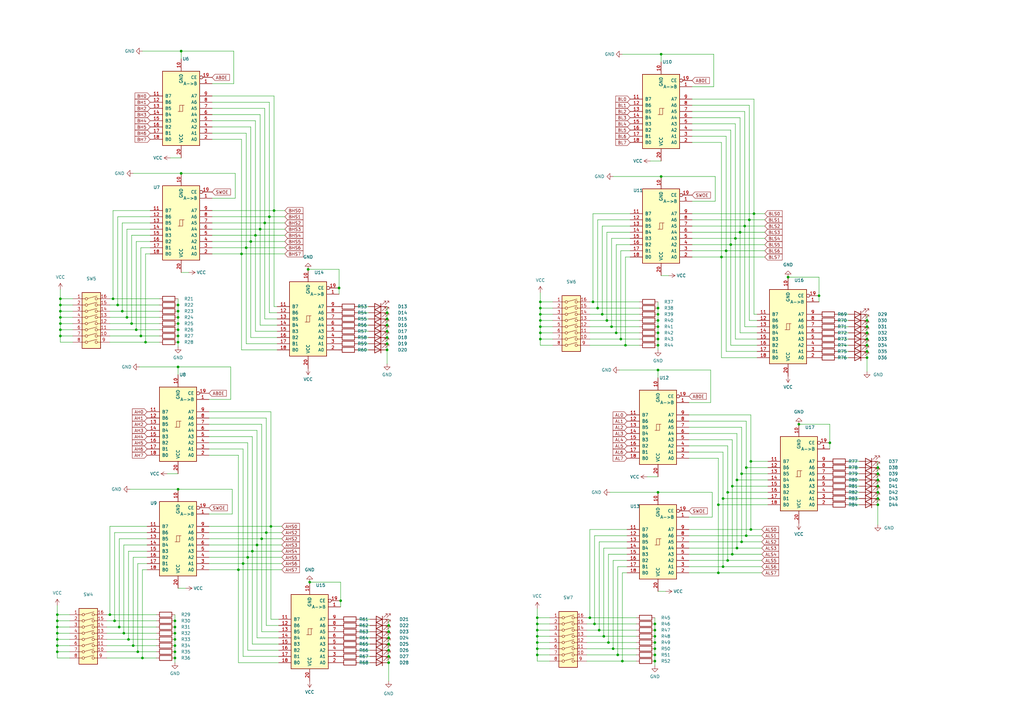
<source format=kicad_sch>
(kicad_sch (version 20211123) (generator eeschema)
  (paper "A3")
  (title_block (title "Talos ES") (date "2022-08-30") (rev "1.0") (company "The Byte Attic") (comment 1 "Kicad file by: Ricardo Setti") (comment 2 "Designed by: Bernardo Kastrup") (comment 3 "Operand"))
  (junction (at 53.975 132.715))
  (junction (at 127 238.76))
  (junction (at 57.785 137.795))
  (junction (at 105.41 223.52))
  (junction (at 159.385 259.08))
  (junction (at 296.545 204.47))
  (junction (at 251.46 266.065))
  (junction (at 158.75 143.51))
  (junction (at 23.495 264.795))
  (junction (at 360.045 199.39))
  (junction (at 71.755 262.255))
  (junction (at 71.755 269.875))
  (junction (at 158.75 135.89))
  (junction (at 268.605 268.605))
  (junction (at 55.88 135.255))
  (junction (at 221.615 123.825))
  (junction (at 71.755 259.715))
  (junction (at 294.64 207.01))
  (junction (at 159.385 256.54))
  (junction (at 360.045 196.85))
  (junction (at 302.26 224.79))
  (junction (at 107.315 220.98))
  (junction (at 23.495 262.255))
  (junction (at 294.64 234.95))
  (junction (at 220.345 258.445))
  (junction (at 355.6 131.445))
  (junction (at 307.34 90.17))
  (junction (at 74.295 20.955))
  (junction (at 323.215 113.665))
  (junction (at 139.065 118.11))
  (junction (at 268.605 260.985))
  (junction (at 46.99 254.635))
  (junction (at 158.75 138.43))
  (junction (at 159.385 261.62))
  (junction (at 360.045 194.31))
  (junction (at 269.875 151.765))
  (junction (at 256.54 141.605))
  (junction (at 360.045 204.47))
  (junction (at 268.605 266.065))
  (junction (at 71.755 264.795))
  (junction (at 296.545 232.41))
  (junction (at 158.75 133.35))
  (junction (at 24.765 132.715))
  (junction (at 254.635 139.065))
  (junction (at 101.6 228.6))
  (junction (at 247.015 128.905))
  (junction (at 340.36 181.61))
  (junction (at 58.42 269.875))
  (junction (at 73.025 150.495))
  (junction (at 249.555 263.525))
  (junction (at 298.45 201.93))
  (junction (at 111.125 215.9))
  (junction (at 268.605 255.905))
  (junction (at 159.385 271.78))
  (junction (at 268.605 271.145))
  (junction (at 24.765 135.255))
  (junction (at 355.6 139.065))
  (junction (at 50.8 259.715))
  (junction (at 112.395 86.36))
  (junction (at 99.06 104.14))
  (junction (at 302.26 196.85))
  (junction (at 104.775 96.52))
  (junction (at 23.495 257.175))
  (junction (at 73.025 127.635))
  (junction (at 221.615 136.525))
  (junction (at 298.45 229.87))
  (junction (at 305.435 92.71))
  (junction (at 243.84 255.905))
  (junction (at 52.705 262.255))
  (junction (at 301.625 97.79))
  (junction (at 300.355 199.39))
  (junction (at 71.755 254.635))
  (junction (at 54.61 264.795))
  (junction (at 45.085 252.095))
  (junction (at 24.765 137.795))
  (junction (at 52.07 130.175))
  (junction (at 220.345 255.905))
  (junction (at 158.75 130.81))
  (junction (at 360.045 191.77))
  (junction (at 327.66 173.99))
  (junction (at 24.765 127.635))
  (junction (at 23.495 252.095))
  (junction (at 271.145 22.225))
  (junction (at 304.165 194.31))
  (junction (at 268.605 258.445))
  (junction (at 360.045 207.01))
  (junction (at 74.295 71.12))
  (junction (at 220.345 268.605))
  (junction (at 73.025 137.795))
  (junction (at 103.505 226.06))
  (junction (at 100.965 101.6))
  (junction (at 139.7 246.38))
  (junction (at 97.79 233.68))
  (junction (at 71.755 257.175))
  (junction (at 109.22 218.44))
  (junction (at 245.11 126.365))
  (junction (at 269.875 133.985))
  (junction (at 126.365 110.49))
  (junction (at 253.365 268.605))
  (junction (at 73.025 200.66))
  (junction (at 24.765 122.555))
  (junction (at 159.385 264.16))
  (junction (at 48.26 125.095))
  (junction (at 159.385 266.7))
  (junction (at 335.915 121.285))
  (junction (at 73.025 132.715))
  (junction (at 247.65 260.985))
  (junction (at 71.755 267.335))
  (junction (at 307.975 189.23))
  (junction (at 306.07 191.77))
  (junction (at 23.495 254.635))
  (junction (at 269.875 141.605))
  (junction (at 269.875 136.525))
  (junction (at 102.87 99.06))
  (junction (at 50.165 127.635))
  (junction (at 355.6 141.605))
  (junction (at 306.07 219.71))
  (junction (at 24.765 130.175))
  (junction (at 250.825 133.985))
  (junction (at 73.025 130.175))
  (junction (at 106.68 93.98))
  (junction (at 221.615 126.365))
  (junction (at 220.345 260.985))
  (junction (at 295.91 105.41))
  (junction (at 221.615 133.985))
  (junction (at 158.75 128.27))
  (junction (at 23.495 267.335))
  (junction (at 297.815 102.87))
  (junction (at 220.345 263.525))
  (junction (at 241.935 253.365))
  (junction (at 271.145 72.39))
  (junction (at 300.355 227.33))
  (junction (at 48.895 257.175))
  (junction (at 307.975 217.17))
  (junction (at 220.345 253.365))
  (junction (at 24.765 125.095))
  (junction (at 99.695 231.14))
  (junction (at 73.025 140.335))
  (junction (at 309.245 87.63))
  (junction (at 355.6 144.145))
  (junction (at 355.6 136.525))
  (junction (at 159.385 269.24))
  (junction (at 299.72 100.33))
  (junction (at 221.615 128.905))
  (junction (at 245.745 258.445))
  (junction (at 268.605 263.525))
  (junction (at 355.6 133.985))
  (junction (at 269.875 139.065))
  (junction (at 355.6 146.685))
  (junction (at 303.53 95.25))
  (junction (at 360.045 201.93))
  (junction (at 221.615 131.445))
  (junction (at 73.025 135.255))
  (junction (at 269.875 201.93))
  (junction (at 255.27 271.145))
  (junction (at 304.165 222.25))
  (junction (at 59.69 140.335))
  (junction (at 46.355 122.555))
  (junction (at 23.495 259.715))
  (junction (at 56.515 267.335))
  (junction (at 158.75 140.97))
  (junction (at 108.585 91.44))
  (junction (at 269.875 131.445))
  (junction (at 269.875 128.905))
  (junction (at 248.92 131.445))
  (junction (at 221.615 139.065))
  (junction (at 110.49 88.9))
  (junction (at 73.025 125.095))
  (junction (at 269.875 126.365))
  (junction (at 243.205 123.825))
  (junction (at 252.73 136.525))
  (junction (at 220.345 266.065))
  (wire (pts (xy 43.815 259.715) (xy 50.8 259.715)))
  (wire (pts (xy 282.575 180.34) (xy 300.355 180.34)))
  (wire (pts (xy 226.695 133.985) (xy 221.615 133.985)))
  (wire (pts (xy 60.325 223.52) (xy 50.8 223.52)))
  (wire (pts (xy 146.685 140.97) (xy 151.13 140.97)))
  (wire (pts (xy 46.99 254.635) (xy 64.135 254.635)))
  (wire (pts (xy 240.665 271.145) (xy 255.27 271.145)))
  (wire (pts (xy 85.725 168.91) (xy 111.125 168.91)))
  (wire (pts (xy 94.615 150.495) (xy 73.025 150.495)))
  (wire (pts (xy 69.85 64.77) (xy 74.295 64.77)))
  (wire (pts (xy 158.75 143.51) (xy 158.75 149.225)))
  (wire (pts (xy 73.025 137.795) (xy 73.025 140.335)))
  (wire (pts (xy 56.515 231.14) (xy 56.515 267.335)))
  (wire (pts (xy 268.605 258.445) (xy 268.605 260.985)))
  (wire (pts (xy 258.445 97.79) (xy 250.825 97.79)))
  (wire (pts (xy 58.42 20.955) (xy 74.295 20.955)))
  (wire (pts (xy 347.98 194.31) (xy 352.425 194.31)))
  (wire (pts (xy 24.765 130.175) (xy 24.765 127.635)))
  (wire (pts (xy 23.495 262.255) (xy 23.495 259.715)))
  (wire (pts (xy 61.595 99.06) (xy 55.88 99.06)))
  (wire (pts (xy 104.775 49.53) (xy 104.775 96.52)))
  (wire (pts (xy 296.545 204.47) (xy 296.545 232.41)))
  (wire (pts (xy 241.935 133.985) (xy 250.825 133.985)))
  (wire (pts (xy 220.345 253.365) (xy 220.345 249.555)))
  (wire (pts (xy 43.815 257.175) (xy 48.895 257.175)))
  (wire (pts (xy 257.175 227.33) (xy 249.555 227.33)))
  (wire (pts (xy 71.755 254.635) (xy 71.755 257.175)))
  (wire (pts (xy 73.025 130.175) (xy 73.025 132.715)))
  (wire (pts (xy 85.725 223.52) (xy 105.41 223.52)))
  (wire (pts (xy 45.085 130.175) (xy 52.07 130.175)))
  (wire (pts (xy 99.06 143.51) (xy 99.06 104.14)))
  (wire (pts (xy 113.665 143.51) (xy 99.06 143.51)))
  (wire (pts (xy 45.085 252.095) (xy 64.135 252.095)))
  (wire (pts (xy 283.845 102.87) (xy 297.815 102.87)))
  (wire (pts (xy 221.615 141.605) (xy 221.615 139.065)))
  (wire (pts (xy 73.025 150.495) (xy 73.025 153.67)))
  (wire (pts (xy 86.995 96.52) (xy 104.775 96.52)))
  (wire (pts (xy 85.725 186.69) (xy 97.79 186.69)))
  (wire (pts (xy 111.125 168.91) (xy 111.125 215.9)))
  (wire (pts (xy 283.845 55.88) (xy 297.815 55.88)))
  (wire (pts (xy 159.385 261.62) (xy 159.385 264.16)))
  (wire (pts (xy 268.605 263.525) (xy 268.605 266.065)))
  (wire (pts (xy 85.725 173.99) (xy 107.315 173.99)))
  (wire (pts (xy 298.45 201.93) (xy 314.96 201.93)))
  (wire (pts (xy 307.975 170.18) (xy 307.975 189.23)))
  (wire (pts (xy 240.665 253.365) (xy 241.935 253.365)))
  (wire (pts (xy 114.3 264.16) (xy 103.505 264.16)))
  (wire (pts (xy 312.42 217.17) (xy 307.975 217.17)))
  (wire (pts (xy 243.205 123.825) (xy 262.255 123.825)))
  (wire (pts (xy 312.42 227.33) (xy 300.355 227.33)))
  (wire (pts (xy 61.595 88.9) (xy 48.26 88.9)))
  (wire (pts (xy 240.665 258.445) (xy 245.745 258.445)))
  (wire (pts (xy 347.98 196.85) (xy 352.425 196.85)))
  (wire (pts (xy 116.84 96.52) (xy 104.775 96.52)))
  (wire (pts (xy 85.725 226.06) (xy 103.505 226.06)))
  (wire (pts (xy 45.085 122.555) (xy 46.355 122.555)))
  (wire (pts (xy 310.515 144.145) (xy 297.815 144.145)))
  (wire (pts (xy 292.735 22.225) (xy 271.145 22.225)))
  (wire (pts (xy 57.785 137.795) (xy 65.405 137.795)))
  (wire (pts (xy 294.64 207.01) (xy 314.96 207.01)))
  (wire (pts (xy 46.99 218.44) (xy 46.99 254.635)))
  (wire (pts (xy 159.385 269.24) (xy 159.385 271.78)))
  (wire (pts (xy 221.615 136.525) (xy 221.615 133.985)))
  (wire (pts (xy 298.45 182.88) (xy 298.45 201.93)))
  (wire (pts (xy 103.505 264.16) (xy 103.505 226.06)))
  (wire (pts (xy 306.07 172.72) (xy 306.07 191.77)))
  (wire (pts (xy 360.045 191.77) (xy 360.045 194.31)))
  (wire (pts (xy 343.535 141.605) (xy 347.98 141.605)))
  (wire (pts (xy 274.32 113.03) (xy 271.145 113.03)))
  (wire (pts (xy 304.165 194.31) (xy 304.165 222.25)))
  (wire (pts (xy 240.665 268.605) (xy 253.365 268.605)))
  (wire (pts (xy 103.505 179.07) (xy 103.505 226.06)))
  (wire (pts (xy 221.615 139.065) (xy 221.615 136.525)))
  (wire (pts (xy 225.425 266.065) (xy 220.345 266.065)))
  (wire (pts (xy 225.425 255.905) (xy 220.345 255.905)))
  (wire (pts (xy 24.765 125.095) (xy 24.765 122.555)))
  (wire (pts (xy 116.84 104.14) (xy 99.06 104.14)))
  (wire (pts (xy 221.615 133.985) (xy 221.615 131.445)))
  (wire (pts (xy 112.395 125.73) (xy 112.395 86.36)))
  (wire (pts (xy 146.685 128.27) (xy 151.13 128.27)))
  (wire (pts (xy 282.575 217.17) (xy 307.975 217.17)))
  (wire (pts (xy 71.755 271.78) (xy 71.755 269.875)))
  (wire (pts (xy 73.025 132.715) (xy 73.025 135.255)))
  (wire (pts (xy 355.6 141.605) (xy 355.6 144.145)))
  (wire (pts (xy 53.975 96.52) (xy 53.975 132.715)))
  (wire (pts (xy 50.8 259.715) (xy 64.135 259.715)))
  (wire (pts (xy 304.165 175.26) (xy 304.165 194.31)))
  (wire (pts (xy 114.3 259.08) (xy 107.315 259.08)))
  (wire (pts (xy 29.845 125.095) (xy 24.765 125.095)))
  (wire (pts (xy 360.045 199.39) (xy 360.045 201.93)))
  (wire (pts (xy 221.615 123.825) (xy 221.615 120.015)))
  (wire (pts (xy 54.61 264.795) (xy 64.135 264.795)))
  (wire (pts (xy 23.495 267.335) (xy 23.495 264.795)))
  (wire (pts (xy 302.26 196.85) (xy 302.26 224.79)))
  (wire (pts (xy 46.355 86.36) (xy 46.355 122.555)))
  (wire (pts (xy 257.175 222.25) (xy 245.745 222.25)))
  (wire (pts (xy 73.025 125.095) (xy 73.025 127.635)))
  (wire (pts (xy 283.845 48.26) (xy 303.53 48.26)))
  (wire (pts (xy 257.175 229.87) (xy 251.46 229.87)))
  (wire (pts (xy 282.575 224.79) (xy 302.26 224.79)))
  (wire (pts (xy 250.825 97.79) (xy 250.825 133.985)))
  (wire (pts (xy 99.695 269.24) (xy 99.695 231.14)))
  (wire (pts (xy 312.42 234.95) (xy 294.64 234.95)))
  (wire (pts (xy 74.295 20.955) (xy 74.295 24.13)))
  (wire (pts (xy 292.735 35.56) (xy 292.735 22.225)))
  (wire (pts (xy 113.665 135.89) (xy 104.775 135.89)))
  (wire (pts (xy 297.815 144.145) (xy 297.815 102.87)))
  (wire (pts (xy 61.595 86.36) (xy 46.355 86.36)))
  (wire (pts (xy 86.995 52.07) (xy 102.87 52.07)))
  (wire (pts (xy 343.535 133.985) (xy 347.98 133.985)))
  (wire (pts (xy 77.47 111.76) (xy 74.295 111.76)))
  (wire (pts (xy 109.22 171.45) (xy 109.22 218.44)))
  (wire (pts (xy 85.725 176.53) (xy 105.41 176.53)))
  (wire (pts (xy 106.68 46.99) (xy 106.68 93.98)))
  (wire (pts (xy 73.025 122.555) (xy 73.025 125.095)))
  (wire (pts (xy 29.845 140.335) (xy 24.765 140.335)))
  (wire (pts (xy 268.605 260.985) (xy 268.605 263.525)))
  (wire (pts (xy 61.595 91.44) (xy 50.165 91.44)))
  (wire (pts (xy 240.665 263.525) (xy 249.555 263.525)))
  (wire (pts (xy 86.995 41.91) (xy 110.49 41.91)))
  (wire (pts (xy 266.7 66.04) (xy 271.145 66.04)))
  (wire (pts (xy 85.725 231.14) (xy 99.695 231.14)))
  (wire (pts (xy 43.815 252.095) (xy 45.085 252.095)))
  (wire (pts (xy 257.175 219.71) (xy 243.84 219.71)))
  (wire (pts (xy 245.745 258.445) (xy 260.985 258.445)))
  (wire (pts (xy 312.42 229.87) (xy 298.45 229.87)))
  (wire (pts (xy 86.995 91.44) (xy 108.585 91.44)))
  (wire (pts (xy 113.665 140.97) (xy 100.965 140.97)))
  (wire (pts (xy 43.815 269.875) (xy 58.42 269.875)))
  (wire (pts (xy 68.58 194.31) (xy 73.025 194.31)))
  (wire (pts (xy 116.84 99.06) (xy 102.87 99.06)))
  (wire (pts (xy 226.695 139.065) (xy 221.615 139.065)))
  (wire (pts (xy 159.385 259.08) (xy 159.385 261.62)))
  (wire (pts (xy 310.515 136.525) (xy 303.53 136.525)))
  (wire (pts (xy 268.605 266.065) (xy 268.605 268.605)))
  (wire (pts (xy 245.11 126.365) (xy 262.255 126.365)))
  (wire (pts (xy 53.34 200.66) (xy 73.025 200.66)))
  (wire (pts (xy 95.885 34.29) (xy 95.885 20.955)))
  (wire (pts (xy 113.665 138.43) (xy 102.87 138.43)))
  (wire (pts (xy 73.025 127.635) (xy 73.025 130.175)))
  (wire (pts (xy 158.75 133.35) (xy 158.75 135.89)))
  (wire (pts (xy 97.79 233.68) (xy 85.725 233.68)))
  (wire (pts (xy 147.32 259.08) (xy 151.765 259.08)))
  (wire (pts (xy 258.445 92.71) (xy 247.015 92.71)))
  (wire (pts (xy 28.575 267.335) (xy 23.495 267.335)))
  (wire (pts (xy 54.61 71.12) (xy 74.295 71.12)))
  (wire (pts (xy 343.535 131.445) (xy 347.98 131.445)))
  (wire (pts (xy 251.46 266.065) (xy 260.985 266.065)))
  (wire (pts (xy 158.75 138.43) (xy 158.75 140.97)))
  (wire (pts (xy 45.085 137.795) (xy 57.785 137.795)))
  (wire (pts (xy 226.695 128.905) (xy 221.615 128.905)))
  (wire (pts (xy 158.75 135.89) (xy 158.75 138.43)))
  (wire (pts (xy 282.575 219.71) (xy 306.07 219.71)))
  (wire (pts (xy 105.41 261.62) (xy 105.41 223.52)))
  (wire (pts (xy 86.995 57.15) (xy 99.06 57.15)))
  (wire (pts (xy 291.465 151.765) (xy 269.875 151.765)))
  (wire (pts (xy 220.345 268.605) (xy 220.345 266.065)))
  (wire (pts (xy 29.845 137.795) (xy 24.765 137.795)))
  (wire (pts (xy 283.845 100.33) (xy 299.72 100.33)))
  (wire (pts (xy 310.515 139.065) (xy 301.625 139.065)))
  (wire (pts (xy 226.695 123.825) (xy 221.615 123.825)))
  (wire (pts (xy 115.57 228.6) (xy 101.6 228.6)))
  (wire (pts (xy 24.765 122.555) (xy 24.765 118.745)))
  (wire (pts (xy 28.575 254.635) (xy 23.495 254.635)))
  (wire (pts (xy 23.495 252.095) (xy 23.495 248.285)))
  (wire (pts (xy 254.635 102.87) (xy 254.635 139.065)))
  (wire (pts (xy 114.3 271.78) (xy 97.79 271.78)))
  (wire (pts (xy 258.445 90.17) (xy 245.11 90.17)))
  (wire (pts (xy 43.815 264.795) (xy 54.61 264.795)))
  (wire (pts (xy 114.3 254) (xy 111.125 254)))
  (wire (pts (xy 258.445 102.87) (xy 254.635 102.87)))
  (wire (pts (xy 159.385 271.78) (xy 159.385 279.4)))
  (wire (pts (xy 343.535 128.905) (xy 347.98 128.905)))
  (wire (pts (xy 48.26 88.9) (xy 48.26 125.095)))
  (wire (pts (xy 335.915 113.665) (xy 335.915 121.285)))
  (wire (pts (xy 28.575 269.875) (xy 23.495 269.875)))
  (wire (pts (xy 310.515 133.985) (xy 305.435 133.985)))
  (wire (pts (xy 226.695 131.445) (xy 221.615 131.445)))
  (wire (pts (xy 60.325 215.9) (xy 45.085 215.9)))
  (wire (pts (xy 76.2 241.3) (xy 73.025 241.3)))
  (wire (pts (xy 159.385 264.16) (xy 159.385 266.7)))
  (wire (pts (xy 110.49 128.27) (xy 110.49 88.9)))
  (wire (pts (xy 86.995 34.29) (xy 95.885 34.29)))
  (wire (pts (xy 225.425 258.445) (xy 220.345 258.445)))
  (wire (pts (xy 291.465 165.1) (xy 291.465 151.765)))
  (wire (pts (xy 85.725 184.15) (xy 99.695 184.15)))
  (wire (pts (xy 305.435 45.72) (xy 305.435 92.71)))
  (wire (pts (xy 101.6 181.61) (xy 101.6 228.6)))
  (wire (pts (xy 312.42 219.71) (xy 306.07 219.71)))
  (wire (pts (xy 307.975 189.23) (xy 307.975 217.17)))
  (wire (pts (xy 301.625 50.8) (xy 301.625 97.79)))
  (wire (pts (xy 95.885 20.955) (xy 74.295 20.955)))
  (wire (pts (xy 313.69 95.25) (xy 303.53 95.25)))
  (wire (pts (xy 159.385 254) (xy 159.385 256.54)))
  (wire (pts (xy 113.665 133.35) (xy 106.68 133.35)))
  (wire (pts (xy 86.995 81.28) (xy 96.52 81.28)))
  (wire (pts (xy 52.07 93.98) (xy 52.07 130.175)))
  (wire (pts (xy 107.315 173.99) (xy 107.315 220.98)))
  (wire (pts (xy 360.045 189.23) (xy 360.045 191.77)))
  (wire (pts (xy 220.345 260.985) (xy 220.345 258.445)))
  (wire (pts (xy 86.995 39.37) (xy 112.395 39.37)))
  (wire (pts (xy 45.085 215.9) (xy 45.085 252.095)))
  (wire (pts (xy 310.515 146.685) (xy 295.91 146.685)))
  (wire (pts (xy 71.755 267.335) (xy 71.755 269.875)))
  (wire (pts (xy 61.595 101.6) (xy 57.785 101.6)))
  (wire (pts (xy 294.64 207.01) (xy 294.64 234.95)))
  (wire (pts (xy 241.935 139.065) (xy 254.635 139.065)))
  (wire (pts (xy 283.845 58.42) (xy 295.91 58.42)))
  (wire (pts (xy 258.445 100.33) (xy 252.73 100.33)))
  (wire (pts (xy 85.725 171.45) (xy 109.22 171.45)))
  (wire (pts (xy 50.8 223.52) (xy 50.8 259.715)))
  (wire (pts (xy 220.345 266.065) (xy 220.345 263.525)))
  (wire (pts (xy 147.32 271.78) (xy 151.765 271.78)))
  (wire (pts (xy 313.69 87.63) (xy 309.245 87.63)))
  (wire (pts (xy 52.705 262.255) (xy 64.135 262.255)))
  (wire (pts (xy 271.145 22.225) (xy 271.145 25.4)))
  (wire (pts (xy 146.685 143.51) (xy 151.13 143.51)))
  (wire (pts (xy 240.665 255.905) (xy 243.84 255.905)))
  (wire (pts (xy 283.845 92.71) (xy 305.435 92.71)))
  (wire (pts (xy 312.42 224.79) (xy 302.26 224.79)))
  (wire (pts (xy 309.245 128.905) (xy 309.245 87.63)))
  (wire (pts (xy 313.69 90.17) (xy 307.34 90.17)))
  (wire (pts (xy 307.34 43.18) (xy 307.34 90.17)))
  (wire (pts (xy 146.685 133.35) (xy 151.13 133.35)))
  (wire (pts (xy 253.365 268.605) (xy 260.985 268.605)))
  (wire (pts (xy 245.745 222.25) (xy 245.745 258.445)))
  (wire (pts (xy 86.995 49.53) (xy 104.775 49.53)))
  (wire (pts (xy 268.605 253.365) (xy 268.605 255.905)))
  (wire (pts (xy 241.935 128.905) (xy 247.015 128.905)))
  (wire (pts (xy 105.41 176.53) (xy 105.41 223.52)))
  (wire (pts (xy 257.175 224.79) (xy 247.65 224.79)))
  (wire (pts (xy 45.085 135.255) (xy 55.88 135.255)))
  (wire (pts (xy 252.73 100.33) (xy 252.73 136.525)))
  (wire (pts (xy 313.69 92.71) (xy 305.435 92.71)))
  (wire (pts (xy 113.665 128.27) (xy 110.49 128.27)))
  (wire (pts (xy 340.36 181.61) (xy 340.36 184.15)))
  (wire (pts (xy 292.1 212.09) (xy 292.1 201.93)))
  (wire (pts (xy 139.7 246.38) (xy 139.7 248.92)))
  (wire (pts (xy 139.065 118.11) (xy 139.065 120.65)))
  (wire (pts (xy 283.845 53.34) (xy 299.72 53.34)))
  (wire (pts (xy 283.845 40.64) (xy 309.245 40.64)))
  (wire (pts (xy 283.845 45.72) (xy 305.435 45.72)))
  (wire (pts (xy 312.42 222.25) (xy 304.165 222.25)))
  (wire (pts (xy 43.815 262.255) (xy 52.705 262.255)))
  (wire (pts (xy 86.995 93.98) (xy 106.68 93.98)))
  (wire (pts (xy 158.75 128.27) (xy 158.75 130.81)))
  (wire (pts (xy 59.69 140.335) (xy 65.405 140.335)))
  (wire (pts (xy 314.96 191.77) (xy 306.07 191.77)))
  (wire (pts (xy 343.535 139.065) (xy 347.98 139.065)))
  (wire (pts (xy 257.175 232.41) (xy 253.365 232.41)))
  (wire (pts (xy 269.875 139.065) (xy 269.875 141.605)))
  (wire (pts (xy 282.575 175.26) (xy 304.165 175.26)))
  (wire (pts (xy 29.845 130.175) (xy 24.765 130.175)))
  (wire (pts (xy 86.995 54.61) (xy 100.965 54.61)))
  (wire (pts (xy 249.555 263.525) (xy 260.985 263.525)))
  (wire (pts (xy 147.32 261.62) (xy 151.765 261.62)))
  (wire (pts (xy 258.445 87.63) (xy 243.205 87.63)))
  (wire (pts (xy 241.935 123.825) (xy 243.205 123.825)))
  (wire (pts (xy 115.57 220.98) (xy 107.315 220.98)))
  (wire (pts (xy 101.6 266.7) (xy 101.6 228.6)))
  (wire (pts (xy 115.57 218.44) (xy 109.22 218.44)))
  (wire (pts (xy 139.7 238.76) (xy 139.7 246.38)))
  (wire (pts (xy 221.615 128.905) (xy 221.615 126.365)))
  (wire (pts (xy 221.615 126.365) (xy 221.615 123.825)))
  (wire (pts (xy 111.125 254) (xy 111.125 215.9)))
  (wire (pts (xy 48.26 125.095) (xy 65.405 125.095)))
  (wire (pts (xy 355.6 131.445) (xy 355.6 133.985)))
  (wire (pts (xy 45.085 127.635) (xy 50.165 127.635)))
  (wire (pts (xy 283.845 82.55) (xy 293.37 82.55)))
  (wire (pts (xy 158.75 140.97) (xy 158.75 143.51)))
  (wire (pts (xy 240.665 266.065) (xy 251.46 266.065)))
  (wire (pts (xy 116.84 91.44) (xy 108.585 91.44)))
  (wire (pts (xy 23.495 259.715) (xy 23.495 257.175)))
  (wire (pts (xy 253.365 232.41) (xy 253.365 268.605)))
  (wire (pts (xy 116.84 88.9) (xy 110.49 88.9)))
  (wire (pts (xy 104.775 135.89) (xy 104.775 96.52)))
  (wire (pts (xy 102.87 138.43) (xy 102.87 99.06)))
  (wire (pts (xy 294.64 234.95) (xy 282.575 234.95)))
  (wire (pts (xy 114.3 256.54) (xy 109.22 256.54)))
  (wire (pts (xy 60.325 231.14) (xy 56.515 231.14)))
  (wire (pts (xy 283.845 87.63) (xy 309.245 87.63)))
  (wire (pts (xy 313.69 105.41) (xy 295.91 105.41)))
  (wire (pts (xy 59.69 104.14) (xy 59.69 140.335)))
  (wire (pts (xy 226.695 126.365) (xy 221.615 126.365)))
  (wire (pts (xy 283.845 43.18) (xy 307.34 43.18)))
  (wire (pts (xy 115.57 226.06) (xy 103.505 226.06)))
  (wire (pts (xy 243.84 219.71) (xy 243.84 255.905)))
  (wire (pts (xy 335.915 121.285) (xy 335.915 123.825)))
  (wire (pts (xy 115.57 231.14) (xy 99.695 231.14)))
  (wire (pts (xy 28.575 257.175) (xy 23.495 257.175)))
  (wire (pts (xy 225.425 268.605) (xy 220.345 268.605)))
  (wire (pts (xy 254 151.765) (xy 269.875 151.765)))
  (wire (pts (xy 147.32 254) (xy 151.765 254)))
  (wire (pts (xy 55.88 99.06) (xy 55.88 135.255)))
  (wire (pts (xy 255.27 234.95) (xy 255.27 271.145)))
  (wire (pts (xy 355.6 128.905) (xy 355.6 131.445)))
  (wire (pts (xy 340.36 173.99) (xy 340.36 181.61)))
  (wire (pts (xy 73.025 200.66) (xy 95.25 200.66)))
  (wire (pts (xy 102.87 52.07) (xy 102.87 99.06)))
  (wire (pts (xy 57.785 101.6) (xy 57.785 137.795)))
  (wire (pts (xy 268.605 273.05) (xy 268.605 271.145)))
  (wire (pts (xy 307.34 131.445) (xy 307.34 90.17)))
  (wire (pts (xy 269.875 136.525) (xy 269.875 139.065)))
  (wire (pts (xy 256.54 105.41) (xy 258.445 105.41)))
  (wire (pts (xy 71.755 262.255) (xy 71.755 264.795)))
  (wire (pts (xy 158.75 125.73) (xy 158.75 128.27)))
  (wire (pts (xy 110.49 41.91) (xy 110.49 88.9)))
  (wire (pts (xy 251.46 229.87) (xy 251.46 266.065)))
  (wire (pts (xy 220.345 263.525) (xy 220.345 260.985)))
  (wire (pts (xy 300.355 199.39) (xy 300.355 227.33)))
  (wire (pts (xy 243.84 255.905) (xy 260.985 255.905)))
  (wire (pts (xy 85.725 179.07) (xy 103.505 179.07)))
  (wire (pts (xy 54.61 228.6) (xy 54.61 264.795)))
  (wire (pts (xy 355.6 133.985) (xy 355.6 136.525)))
  (wire (pts (xy 86.995 44.45) (xy 108.585 44.45)))
  (wire (pts (xy 282.575 185.42) (xy 296.545 185.42)))
  (wire (pts (xy 114.3 269.24) (xy 99.695 269.24)))
  (wire (pts (xy 295.91 105.41) (xy 283.845 105.41)))
  (wire (pts (xy 241.935 253.365) (xy 260.985 253.365)))
  (wire (pts (xy 52.07 130.175) (xy 65.405 130.175)))
  (wire (pts (xy 73.025 135.255) (xy 73.025 137.795)))
  (wire (pts (xy 282.575 212.09) (xy 292.1 212.09)))
  (wire (pts (xy 60.325 228.6) (xy 54.61 228.6)))
  (wire (pts (xy 273.05 242.57) (xy 269.875 242.57)))
  (wire (pts (xy 106.68 133.35) (xy 106.68 93.98)))
  (wire (pts (xy 247.015 92.71) (xy 247.015 128.905)))
  (wire (pts (xy 283.845 95.25) (xy 303.53 95.25)))
  (wire (pts (xy 220.345 258.445) (xy 220.345 255.905)))
  (wire (pts (xy 283.845 90.17) (xy 307.34 90.17)))
  (wire (pts (xy 147.32 264.16) (xy 151.765 264.16)))
  (wire (pts (xy 347.98 201.93) (xy 352.425 201.93)))
  (wire (pts (xy 24.765 140.335) (xy 24.765 137.795)))
  (wire (pts (xy 296.545 185.42) (xy 296.545 204.47)))
  (wire (pts (xy 247.65 260.985) (xy 260.985 260.985)))
  (wire (pts (xy 251.46 72.39) (xy 271.145 72.39)))
  (wire (pts (xy 269.875 128.905) (xy 269.875 131.445)))
  (wire (pts (xy 74.295 71.12) (xy 96.52 71.12)))
  (wire (pts (xy 53.975 132.715) (xy 65.405 132.715)))
  (wire (pts (xy 57.15 150.495) (xy 73.025 150.495)))
  (wire (pts (xy 310.515 141.605) (xy 299.72 141.605)))
  (wire (pts (xy 241.935 126.365) (xy 245.11 126.365)))
  (wire (pts (xy 313.69 102.87) (xy 297.815 102.87)))
  (wire (pts (xy 71.755 259.715) (xy 71.755 262.255)))
  (wire (pts (xy 283.845 97.79) (xy 301.625 97.79)))
  (wire (pts (xy 28.575 262.255) (xy 23.495 262.255)))
  (wire (pts (xy 159.385 256.54) (xy 159.385 259.08)))
  (wire (pts (xy 107.315 259.08) (xy 107.315 220.98)))
  (wire (pts (xy 282.575 170.18) (xy 307.975 170.18)))
  (wire (pts (xy 252.73 136.525) (xy 262.255 136.525)))
  (wire (pts (xy 301.625 139.065) (xy 301.625 97.79)))
  (wire (pts (xy 96.52 81.28) (xy 96.52 71.12)))
  (wire (pts (xy 85.725 163.83) (xy 94.615 163.83)))
  (wire (pts (xy 226.695 141.605) (xy 221.615 141.605)))
  (wire (pts (xy 99.06 104.14) (xy 86.995 104.14)))
  (wire (pts (xy 347.98 207.01) (xy 352.425 207.01)))
  (wire (pts (xy 250.825 133.985) (xy 262.255 133.985)))
  (wire (pts (xy 269.875 201.93) (xy 292.1 201.93)))
  (wire (pts (xy 248.92 95.25) (xy 248.92 131.445)))
  (wire (pts (xy 347.98 204.47) (xy 352.425 204.47)))
  (wire (pts (xy 255.27 22.225) (xy 271.145 22.225)))
  (wire (pts (xy 29.845 127.635) (xy 24.765 127.635)))
  (wire (pts (xy 303.53 48.26) (xy 303.53 95.25)))
  (wire (pts (xy 360.045 196.85) (xy 360.045 199.39)))
  (wire (pts (xy 265.43 195.58) (xy 269.875 195.58)))
  (wire (pts (xy 94.615 163.83) (xy 94.615 150.495)))
  (wire (pts (xy 85.725 210.82) (xy 95.25 210.82)))
  (wire (pts (xy 24.765 135.255) (xy 24.765 132.715)))
  (wire (pts (xy 269.875 143.51) (xy 269.875 141.605)))
  (wire (pts (xy 347.98 189.23) (xy 352.425 189.23)))
  (wire (pts (xy 282.575 165.1) (xy 291.465 165.1)))
  (wire (pts (xy 360.045 201.93) (xy 360.045 204.47)))
  (wire (pts (xy 258.445 95.25) (xy 248.92 95.25)))
  (wire (pts (xy 99.695 184.15) (xy 99.695 231.14)))
  (wire (pts (xy 254.635 139.065) (xy 262.255 139.065)))
  (wire (pts (xy 269.875 151.765) (xy 269.875 154.94)))
  (wire (pts (xy 343.535 146.685) (xy 347.98 146.685)))
  (wire (pts (xy 247.015 128.905) (xy 262.255 128.905)))
  (wire (pts (xy 115.57 233.68) (xy 97.79 233.68)))
  (wire (pts (xy 60.325 220.98) (xy 48.895 220.98)))
  (wire (pts (xy 85.725 228.6) (xy 101.6 228.6)))
  (wire (pts (xy 86.995 101.6) (xy 100.965 101.6)))
  (wire (pts (xy 28.575 264.795) (xy 23.495 264.795)))
  (wire (pts (xy 269.875 126.365) (xy 269.875 128.905)))
  (wire (pts (xy 220.345 255.905) (xy 220.345 253.365)))
  (wire (pts (xy 360.045 207.01) (xy 360.045 215.265)))
  (wire (pts (xy 296.545 204.47) (xy 314.96 204.47)))
  (wire (pts (xy 220.345 271.145) (xy 220.345 268.605)))
  (wire (pts (xy 240.665 260.985) (xy 247.65 260.985)))
  (wire (pts (xy 268.605 268.605) (xy 268.605 271.145)))
  (wire (pts (xy 147.32 269.24) (xy 151.765 269.24)))
  (wire (pts (xy 307.975 189.23) (xy 314.96 189.23)))
  (wire (pts (xy 294.64 187.96) (xy 294.64 207.01)))
  (wire (pts (xy 225.425 263.525) (xy 220.345 263.525)))
  (wire (pts (xy 108.585 44.45) (xy 108.585 91.44)))
  (wire (pts (xy 250.19 201.93) (xy 269.875 201.93)))
  (wire (pts (xy 158.75 130.81) (xy 158.75 133.35)))
  (wire (pts (xy 225.425 253.365) (xy 220.345 253.365)))
  (wire (pts (xy 58.42 233.68) (xy 60.325 233.68)))
  (wire (pts (xy 298.45 201.93) (xy 298.45 229.87)))
  (wire (pts (xy 115.57 223.52) (xy 105.41 223.52)))
  (wire (pts (xy 86.995 46.99) (xy 106.68 46.99)))
  (wire (pts (xy 313.69 100.33) (xy 299.72 100.33)))
  (wire (pts (xy 343.535 136.525) (xy 347.98 136.525)))
  (wire (pts (xy 24.765 137.795) (xy 24.765 135.255)))
  (wire (pts (xy 306.07 191.77) (xy 306.07 219.71)))
  (wire (pts (xy 59.69 104.14) (xy 61.595 104.14)))
  (wire (pts (xy 56.515 267.335) (xy 64.135 267.335)))
  (wire (pts (xy 355.6 146.685) (xy 355.6 152.4)))
  (wire (pts (xy 283.845 50.8) (xy 301.625 50.8)))
  (wire (pts (xy 347.98 191.77) (xy 352.425 191.77)))
  (wire (pts (xy 268.605 255.905) (xy 268.605 258.445)))
  (wire (pts (xy 86.995 88.9) (xy 110.49 88.9)))
  (wire (pts (xy 29.845 132.715) (xy 24.765 132.715)))
  (wire (pts (xy 247.65 224.79) (xy 247.65 260.985)))
  (wire (pts (xy 85.725 215.9) (xy 111.125 215.9)))
  (wire (pts (xy 360.045 204.47) (xy 360.045 207.01)))
  (wire (pts (xy 50.165 91.44) (xy 50.165 127.635)))
  (wire (pts (xy 282.575 222.25) (xy 304.165 222.25)))
  (wire (pts (xy 309.245 40.64) (xy 309.245 87.63)))
  (wire (pts (xy 256.54 141.605) (xy 262.255 141.605)))
  (wire (pts (xy 146.685 130.81) (xy 151.13 130.81)))
  (wire (pts (xy 109.22 256.54) (xy 109.22 218.44)))
  (wire (pts (xy 147.32 266.7) (xy 151.765 266.7)))
  (wire (pts (xy 241.935 136.525) (xy 252.73 136.525)))
  (wire (pts (xy 282.575 182.88) (xy 298.45 182.88)))
  (wire (pts (xy 297.815 55.88) (xy 297.815 102.87)))
  (wire (pts (xy 28.575 259.715) (xy 23.495 259.715)))
  (wire (pts (xy 271.145 72.39) (xy 293.37 72.39)))
  (wire (pts (xy 86.995 86.36) (xy 112.395 86.36)))
  (wire (pts (xy 43.815 267.335) (xy 56.515 267.335)))
  (wire (pts (xy 226.695 136.525) (xy 221.615 136.525)))
  (wire (pts (xy 24.765 127.635) (xy 24.765 125.095)))
  (wire (pts (xy 43.815 254.635) (xy 46.99 254.635)))
  (wire (pts (xy 58.42 269.875) (xy 64.135 269.875)))
  (wire (pts (xy 97.79 186.69) (xy 97.79 233.68)))
  (wire (pts (xy 114.3 266.7) (xy 101.6 266.7)))
  (wire (pts (xy 85.725 220.98) (xy 107.315 220.98)))
  (wire (pts (xy 23.495 254.635) (xy 23.495 252.095)))
  (wire (pts (xy 355.6 144.145) (xy 355.6 146.685)))
  (wire (pts (xy 116.84 93.98) (xy 106.68 93.98)))
  (wire (pts (xy 45.085 140.335) (xy 59.69 140.335)))
  (wire (pts (xy 23.495 264.795) (xy 23.495 262.255)))
  (wire (pts (xy 282.575 187.96) (xy 294.64 187.96)))
  (wire (pts (xy 147.32 256.54) (xy 151.765 256.54)))
  (wire (pts (xy 295.91 58.42) (xy 295.91 105.41)))
  (wire (pts (xy 23.495 257.175) (xy 23.495 254.635)))
  (wire (pts (xy 86.995 99.06) (xy 102.87 99.06)))
  (wire (pts (xy 116.84 101.6) (xy 100.965 101.6)))
  (wire (pts (xy 29.845 135.255) (xy 24.765 135.255)))
  (wire (pts (xy 71.755 252.095) (xy 71.755 254.635)))
  (wire (pts (xy 100.965 140.97) (xy 100.965 101.6)))
  (wire (pts (xy 323.215 113.665) (xy 335.915 113.665)))
  (wire (pts (xy 58.42 233.68) (xy 58.42 269.875)))
  (wire (pts (xy 126.365 110.49) (xy 139.065 110.49)))
  (wire (pts (xy 225.425 260.985) (xy 220.345 260.985)))
  (wire (pts (xy 360.045 194.31) (xy 360.045 196.85)))
  (wire (pts (xy 114.3 261.62) (xy 105.41 261.62)))
  (wire (pts (xy 115.57 215.9) (xy 111.125 215.9)))
  (wire (pts (xy 347.98 199.39) (xy 352.425 199.39)))
  (wire (pts (xy 221.615 131.445) (xy 221.615 128.905)))
  (wire (pts (xy 343.535 144.145) (xy 347.98 144.145)))
  (wire (pts (xy 241.935 131.445) (xy 248.92 131.445)))
  (wire (pts (xy 71.755 257.175) (xy 71.755 259.715)))
  (wire (pts (xy 282.575 172.72) (xy 306.07 172.72)))
  (wire (pts (xy 159.385 266.7) (xy 159.385 269.24)))
  (wire (pts (xy 269.875 131.445) (xy 269.875 133.985)))
  (wire (pts (xy 299.72 141.605) (xy 299.72 100.33)))
  (wire (pts (xy 269.875 123.825) (xy 269.875 126.365)))
  (wire (pts (xy 139.065 110.49) (xy 139.065 118.11)))
  (wire (pts (xy 282.575 177.8) (xy 302.26 177.8)))
  (wire (pts (xy 60.325 218.44) (xy 46.99 218.44)))
  (wire (pts (xy 310.515 128.905) (xy 309.245 128.905)))
  (wire (pts (xy 113.665 130.81) (xy 108.585 130.81)))
  (wire (pts (xy 28.575 252.095) (xy 23.495 252.095)))
  (wire (pts (xy 282.575 232.41) (xy 296.545 232.41)))
  (wire (pts (xy 300.355 199.39) (xy 314.96 199.39)))
  (wire (pts (xy 113.665 125.73) (xy 112.395 125.73)))
  (wire (pts (xy 48.895 220.98) (xy 48.895 257.175)))
  (wire (pts (xy 299.72 53.34) (xy 299.72 100.33)))
  (wire (pts (xy 327.66 173.99) (xy 340.36 173.99)))
  (wire (pts (xy 73.025 142.24) (xy 73.025 140.335)))
  (wire (pts (xy 146.685 125.73) (xy 151.13 125.73)))
  (wire (pts (xy 99.06 57.15) (xy 99.06 104.14)))
  (wire (pts (xy 293.37 82.55) (xy 293.37 72.39)))
  (wire (pts (xy 48.895 257.175) (xy 64.135 257.175)))
  (wire (pts (xy 60.325 226.06) (xy 52.705 226.06)))
  (wire (pts (xy 282.575 229.87) (xy 298.45 229.87)))
  (wire (pts (xy 23.495 269.875) (xy 23.495 267.335)))
  (wire (pts (xy 127 238.76) (xy 139.7 238.76)))
  (wire (pts (xy 97.79 271.78) (xy 97.79 233.68)))
  (wire (pts (xy 112.395 39.37) (xy 112.395 86.36)))
  (wire (pts (xy 249.555 227.33) (xy 249.555 263.525)))
  (wire (pts (xy 29.845 122.555) (xy 24.765 122.555)))
  (wire (pts (xy 241.935 217.17) (xy 241.935 253.365)))
  (wire (pts (xy 355.6 139.065) (xy 355.6 141.605)))
  (wire (pts (xy 257.175 217.17) (xy 241.935 217.17)))
  (wire (pts (xy 312.42 232.41) (xy 296.545 232.41)))
  (wire (pts (xy 146.685 135.89) (xy 151.13 135.89)))
  (wire (pts (xy 355.6 136.525) (xy 355.6 139.065)))
  (wire (pts (xy 85.725 218.44) (xy 109.22 218.44)))
  (wire (pts (xy 24.765 132.715) (xy 24.765 130.175)))
  (wire (pts (xy 256.54 105.41) (xy 256.54 141.605)))
  (wire (pts (xy 85.725 181.61) (xy 101.6 181.61)))
  (wire (pts (xy 46.355 122.555) (xy 65.405 122.555)))
  (wire (pts (xy 303.53 136.525) (xy 303.53 95.25)))
  (wire (pts (xy 305.435 133.985) (xy 305.435 92.71)))
  (wire (pts (xy 245.11 90.17) (xy 245.11 126.365)))
  (wire (pts (xy 255.27 234.95) (xy 257.175 234.95)))
  (wire (pts (xy 50.165 127.635) (xy 65.405 127.635)))
  (wire (pts (xy 248.92 131.445) (xy 262.255 131.445)))
  (wire (pts (xy 243.205 87.63) (xy 243.205 123.825)))
  (wire (pts (xy 52.705 226.06) (xy 52.705 262.255)))
  (wire (pts (xy 146.685 138.43) (xy 151.13 138.43)))
  (wire (pts (xy 300.355 180.34) (xy 300.355 199.39)))
  (wire (pts (xy 283.845 35.56) (xy 292.735 35.56)))
  (wire (pts (xy 304.165 194.31) (xy 314.96 194.31)))
  (wire (pts (xy 116.84 86.36) (xy 112.395 86.36)))
  (wire (pts (xy 108.585 130.81) (xy 108.585 91.44)))
  (wire (pts (xy 269.875 133.985) (xy 269.875 136.525)))
  (wire (pts (xy 302.26 196.85) (xy 314.96 196.85)))
  (wire (pts (xy 313.69 97.79) (xy 301.625 97.79)))
  (wire (pts (xy 100.965 54.61) (xy 100.965 101.6)))
  (wire (pts (xy 95.25 210.82) (xy 95.25 200.66)))
  (wire (pts (xy 61.595 93.98) (xy 52.07 93.98)))
  (wire (pts (xy 61.595 96.52) (xy 53.975 96.52)))
  (wire (pts (xy 45.085 125.095) (xy 48.26 125.095)))
  (wire (pts (xy 241.935 141.605) (xy 256.54 141.605)))
  (wire (pts (xy 255.27 271.145) (xy 260.985 271.145)))
  (wire (pts (xy 225.425 271.145) (xy 220.345 271.145)))
  (wire (pts (xy 71.755 264.795) (xy 71.755 267.335)))
  (wire (pts (xy 55.88 135.255) (xy 65.405 135.255)))
  (wire (pts (xy 302.26 177.8) (xy 302.26 196.85)))
  (wire (pts (xy 282.575 227.33) (xy 300.355 227.33)))
  (wire (pts (xy 310.515 131.445) (xy 307.34 131.445)))
  (wire (pts (xy 295.91 146.685) (xy 295.91 105.41)))
  (wire (pts (xy 45.085 132.715) (xy 53.975 132.715)))
  (global_label "AB0E" (shape input) (at 282.575 162.56 0) (property "Intersheet References" "${INTERSHEET_REFS}" (effects hide)))
  (global_label "SWOE" (shape input) (at 85.725 208.28 0) (property "Intersheet References" "${INTERSHEET_REFS}" (effects hide)))
  (global_label "BH2" (shape input) (at 61.595 44.45 180) (property "Intersheet References" "${INTERSHEET_REFS}" (effects hide)))
  (global_label "ALS1" (shape input) (at 312.42 219.71 0) (property "Intersheet References" "${INTERSHEET_REFS}" (effects hide)))
  (global_label "BH1" (shape input) (at 61.595 41.91 180) (property "Intersheet References" "${INTERSHEET_REFS}" (effects hide)))
  (global_label "AHS2" (shape input) (at 115.57 220.98 0) (property "Intersheet References" "${INTERSHEET_REFS}" (effects hide)))
  (global_label "AL0" (shape input) (at 257.175 170.18 180) (property "Intersheet References" "${INTERSHEET_REFS}" (effects hide)))
  (global_label "ALS0" (shape input) (at 312.42 217.17 0) (property "Intersheet References" "${INTERSHEET_REFS}" (effects hide)))
  (global_label "AH2" (shape input) (at 60.325 173.99 180) (property "Intersheet References" "${INTERSHEET_REFS}" (effects hide)))
  (global_label "BHS4" (shape input) (at 116.84 96.52 0) (property "Intersheet References" "${INTERSHEET_REFS}" (effects hide)))
  (global_label "AB0E" (shape input) (at 86.995 31.75 0) (property "Intersheet References" "${INTERSHEET_REFS}" (effects hide)))
  (global_label "BH7" (shape input) (at 61.595 57.15 180) (property "Intersheet References" "${INTERSHEET_REFS}" (effects hide)))
  (global_label "BH3" (shape input) (at 61.595 46.99 180) (property "Intersheet References" "${INTERSHEET_REFS}" (effects hide)))
  (global_label "ALS7" (shape input) (at 312.42 234.95 0) (property "Intersheet References" "${INTERSHEET_REFS}" (effects hide)))
  (global_label "BH5" (shape input) (at 61.595 52.07 180) (property "Intersheet References" "${INTERSHEET_REFS}" (effects hide)))
  (global_label "BLS3" (shape input) (at 313.69 95.25 0) (property "Intersheet References" "${INTERSHEET_REFS}" (effects hide)))
  (global_label "BH0" (shape input) (at 61.595 39.37 180) (property "Intersheet References" "${INTERSHEET_REFS}" (effects hide)))
  (global_label "SWOE" (shape input) (at 283.845 80.01 0) (property "Intersheet References" "${INTERSHEET_REFS}" (effects hide)))
  (global_label "AH3" (shape input) (at 60.325 176.53 180) (property "Intersheet References" "${INTERSHEET_REFS}" (effects hide)))
  (global_label "SWOE" (shape input) (at 282.575 209.55 0) (property "Intersheet References" "${INTERSHEET_REFS}" (effects hide)))
  (global_label "BHS0" (shape input) (at 116.84 86.36 0) (property "Intersheet References" "${INTERSHEET_REFS}" (effects hide)))
  (global_label "AL7" (shape input) (at 257.175 187.96 180) (property "Intersheet References" "${INTERSHEET_REFS}" (effects hide)))
  (global_label "AL5" (shape input) (at 257.175 182.88 180) (property "Intersheet References" "${INTERSHEET_REFS}" (effects hide)))
  (global_label "AB0E" (shape input) (at 85.725 161.29 0) (property "Intersheet References" "${INTERSHEET_REFS}" (effects hide)))
  (global_label "AHS0" (shape input) (at 115.57 215.9 0) (property "Intersheet References" "${INTERSHEET_REFS}" (effects hide)))
  (global_label "AHS6" (shape input) (at 115.57 231.14 0) (property "Intersheet References" "${INTERSHEET_REFS}" (effects hide)))
  (global_label "AH0" (shape input) (at 60.325 168.91 180) (property "Intersheet References" "${INTERSHEET_REFS}" (effects hide)))
  (global_label "BH6" (shape input) (at 61.595 54.61 180) (property "Intersheet References" "${INTERSHEET_REFS}" (effects hide)))
  (global_label "BHS2" (shape input) (at 116.84 91.44 0) (property "Intersheet References" "${INTERSHEET_REFS}" (effects hide)))
  (global_label "AHS3" (shape input) (at 115.57 223.52 0) (property "Intersheet References" "${INTERSHEET_REFS}" (effects hide)))
  (global_label "AL6" (shape input) (at 257.175 185.42 180) (property "Intersheet References" "${INTERSHEET_REFS}" (effects hide)))
  (global_label "BHS3" (shape input) (at 116.84 93.98 0) (property "Intersheet References" "${INTERSHEET_REFS}" (effects hide)))
  (global_label "AL1" (shape input) (at 257.175 172.72 180) (property "Intersheet References" "${INTERSHEET_REFS}" (effects hide)))
  (global_label "BLS6" (shape input) (at 313.69 102.87 0) (property "Intersheet References" "${INTERSHEET_REFS}" (effects hide)))
  (global_label "AL2" (shape input) (at 257.175 175.26 180) (property "Intersheet References" "${INTERSHEET_REFS}" (effects hide)))
  (global_label "BLS2" (shape input) (at 313.69 92.71 0) (property "Intersheet References" "${INTERSHEET_REFS}" (effects hide)))
  (global_label "BLS7" (shape input) (at 313.69 105.41 0) (property "Intersheet References" "${INTERSHEET_REFS}" (effects hide)))
  (global_label "ALS6" (shape input) (at 312.42 232.41 0) (property "Intersheet References" "${INTERSHEET_REFS}" (effects hide)))
  (global_label "AL3" (shape input) (at 257.175 177.8 180) (property "Intersheet References" "${INTERSHEET_REFS}" (effects hide)))
  (global_label "AL4" (shape input) (at 257.175 180.34 180) (property "Intersheet References" "${INTERSHEET_REFS}" (effects hide)))
  (global_label "BL0" (shape input) (at 258.445 40.64 180) (property "Intersheet References" "${INTERSHEET_REFS}" (effects hide)))
  (global_label "SWOE" (shape input) (at 86.995 78.74 0) (property "Intersheet References" "${INTERSHEET_REFS}" (effects hide)))
  (global_label "AHS5" (shape input) (at 115.57 228.6 0) (property "Intersheet References" "${INTERSHEET_REFS}" (effects hide)))
  (global_label "ALS5" (shape input) (at 312.42 229.87 0) (property "Intersheet References" "${INTERSHEET_REFS}" (effects hide)))
  (global_label "BHS7" (shape input) (at 116.84 104.14 0) (property "Intersheet References" "${INTERSHEET_REFS}" (effects hide)))
  (global_label "BL3" (shape input) (at 258.445 48.26 180) (property "Intersheet References" "${INTERSHEET_REFS}" (effects hide)))
  (global_label "ALS2" (shape input) (at 312.42 222.25 0) (property "Intersheet References" "${INTERSHEET_REFS}" (effects hide)))
  (global_label "AB0E" (shape input) (at 283.845 33.02 0) (property "Intersheet References" "${INTERSHEET_REFS}" (effects hide)))
  (global_label "BHS6" (shape input) (at 116.84 101.6 0) (property "Intersheet References" "${INTERSHEET_REFS}" (effects hide)))
  (global_label "BLS5" (shape input) (at 313.69 100.33 0) (property "Intersheet References" "${INTERSHEET_REFS}" (effects hide)))
  (global_label "ALS3" (shape input) (at 312.42 224.79 0) (property "Intersheet References" "${INTERSHEET_REFS}" (effects hide)))
  (global_label "BL5" (shape input) (at 258.445 53.34 180) (property "Intersheet References" "${INTERSHEET_REFS}" (effects hide)))
  (global_label "BL7" (shape input) (at 258.445 58.42 180) (property "Intersheet References" "${INTERSHEET_REFS}" (effects hide)))
  (global_label "BLS0" (shape input) (at 313.69 87.63 0) (property "Intersheet References" "${INTERSHEET_REFS}" (effects hide)))
  (global_label "BL6" (shape input) (at 258.445 55.88 180) (property "Intersheet References" "${INTERSHEET_REFS}" (effects hide)))
  (global_label "AHS2" (shape input) (at 115.57 218.44 0) (property "Intersheet References" "${INTERSHEET_REFS}" (effects hide)))
  (global_label "AHS7" (shape input) (at 115.57 233.68 0) (property "Intersheet References" "${INTERSHEET_REFS}" (effects hide)))
  (global_label "AH4" (shape input) (at 60.325 179.07 180) (property "Intersheet References" "${INTERSHEET_REFS}" (effects hide)))
  (global_label "AH1" (shape input) (at 60.325 171.45 180) (property "Intersheet References" "${INTERSHEET_REFS}" (effects hide)))
  (global_label "AH5" (shape input) (at 60.325 181.61 180) (property "Intersheet References" "${INTERSHEET_REFS}" (effects hide)))
  (global_label "BL1" (shape input) (at 258.445 43.18 180) (property "Intersheet References" "${INTERSHEET_REFS}" (effects hide)))
  (global_label "BLS4" (shape input) (at 313.69 97.79 0) (property "Intersheet References" "${INTERSHEET_REFS}" (effects hide)))
  (global_label "BLS1" (shape input) (at 313.69 90.17 0) (property "Intersheet References" "${INTERSHEET_REFS}" (effects hide)))
  (global_label "AHS4" (shape input) (at 115.57 226.06 0) (property "Intersheet References" "${INTERSHEET_REFS}" (effects hide)))
  (global_label "BHS1" (shape input) (at 116.84 88.9 0) (property "Intersheet References" "${INTERSHEET_REFS}" (effects hide)))
  (global_label "BL4" (shape input) (at 258.445 50.8 180) (property "Intersheet References" "${INTERSHEET_REFS}" (effects hide)))
  (global_label "BL2" (shape input) (at 258.445 45.72 180) (property "Intersheet References" "${INTERSHEET_REFS}" (effects hide)))
  (global_label "AH7" (shape input) (at 60.325 186.69 180) (property "Intersheet References" "${INTERSHEET_REFS}" (effects hide)))
  (global_label "ALS4" (shape input) (at 312.42 227.33 0) (property "Intersheet References" "${INTERSHEET_REFS}" (effects hide)))
  (global_label "BH4" (shape input) (at 61.595 49.53 180) (property "Intersheet References" "${INTERSHEET_REFS}" (effects hide)))
  (global_label "AH6" (shape input) (at 60.325 184.15 180) (property "Intersheet References" "${INTERSHEET_REFS}" (effects hide)))
  (global_label "BHS5" (shape input) (at 116.84 99.06 0) (property "Intersheet References" "${INTERSHEET_REFS}" (effects hide)))
  (symbol (lib_id "Device:LED") (at 356.235 191.77 180) (unit 1)
    (property "Reference" "D38" (at 366.395 191.77 0))
  )
  (symbol (lib_id "Switch:SW_DIP_x08") (at 233.045 263.525 0) (unit 1)
    (property "Reference" "SW7" (at 233.045 245.11 0))
  )
  (symbol (lib_id "Device:LED") (at 351.79 128.905 180) (unit 1)
    (property "Reference" "D29" (at 361.95 128.905 0))
  )
  (symbol (lib_id "Device:R") (at 339.725 131.445 270) (unit 1)
    (property "Reference" "R70" (at 345.44 131.445 90))
  )
  (symbol (lib_id "Device:R") (at 344.17 194.31 270) (unit 1)
    (property "Reference" "R79" (at 349.885 194.31 90))
  )
  (symbol (lib_id "power:VCC") (at 126.365 151.13 180) (unit 1)
    (property "Reference" "#PWR0182" (effects hide))
  )
  (symbol (lib_id "Device:R") (at 264.795 260.985 90) (mirror x) (unit 1)
    (property "Reference" "R48" (at 273.05 260.985 90))
  )
  (symbol (lib_id "Device:R") (at 143.51 269.24 270) (unit 1)
    (property "Reference" "R67" (at 149.225 269.24 90))
  )
  (symbol (lib_id "Device:LED") (at 154.94 125.73 180) (unit 1)
    (property "Reference" "D13" (at 165.1 125.73 0))
  )
  (symbol (lib_id "Device:LED") (at 351.79 131.445 180) (unit 1)
    (property "Reference" "D30" (at 361.95 131.445 0))
  )
  (symbol (lib_id "Device:R") (at 264.795 271.145 90) (mirror x) (unit 1)
    (property "Reference" "R52" (at 273.05 271.145 90))
  )
  (symbol (lib_id "Device:R") (at 143.51 259.08 270) (unit 1)
    (property "Reference" "R63" (at 149.225 259.08 90))
  )
  (symbol (lib_id "74xx:74HC245") (at 269.875 175.26 180) (unit 1)
    (property "Reference" "U12" (at 270.3956 154.94 0) (effects (justify right)))
    (property "Datasheet" "http://www.ti.com/lit/gpn/sn74HC245" (effects hide))
  )
  (symbol (lib_id "Device:R") (at 344.17 196.85 270) (unit 1)
    (property "Reference" "R80" (at 349.885 196.85 90))
  )
  (symbol (lib_id "Device:R") (at 339.725 133.985 270) (unit 1)
    (property "Reference" "R71" (at 345.44 133.985 90))
  )
  (symbol (lib_id "power:GND") (at 127 238.76 180) (unit 1)
    (property "Reference" "#PWR0180" (effects hide))
  )
  (symbol (lib_id "Device:R") (at 69.215 125.095 90) (mirror x) (unit 1)
    (property "Reference" "R22" (at 77.47 125.095 90))
  )
  (symbol (lib_id "power:VCC") (at 68.58 194.31 90) (unit 1)
    (property "Reference" "#PWR0161" (effects hide))
  )
  (symbol (lib_id "power:VCC") (at 127 279.4 180) (unit 1)
    (property "Reference" "#PWR0181" (effects hide))
  )
  (symbol (lib_id "power:GND") (at 58.42 20.955 270) (unit 1)
    (property "Reference" "#PWR0157" (effects hide))
  )
  (symbol (lib_id "Device:LED") (at 154.94 130.81 180) (unit 1)
    (property "Reference" "D15" (at 165.1 130.81 0))
  )
  (symbol (lib_id "Device:R") (at 69.215 135.255 90) (mirror x) (unit 1)
    (property "Reference" "R26" (at 77.47 135.255 90))
  )
  (symbol (lib_id "power:GND") (at 254 151.765 270) (unit 1)
    (property "Reference" "#PWR0167" (effects hide))
  )
  (symbol (lib_id "power:GND") (at 323.215 113.665 180) (unit 1)
    (property "Reference" "#PWR0176" (effects hide))
  )
  (symbol (lib_id "power:GND") (at 269.875 143.51 0) (unit 1)
    (property "Reference" "#PWR0168" (effects hide))
  )
  (symbol (lib_id "Device:LED") (at 351.79 136.525 180) (unit 1)
    (property "Reference" "D32" (at 361.95 136.525 0))
  )
  (symbol (lib_id "Device:R") (at 142.875 138.43 270) (unit 1)
    (property "Reference" "R58" (at 148.59 138.43 90))
  )
  (symbol (lib_id "Device:LED") (at 351.79 139.065 180) (unit 1)
    (property "Reference" "D33" (at 361.95 139.065 0))
  )
  (symbol (lib_id "Device:R") (at 339.725 136.525 270) (unit 1)
    (property "Reference" "R72" (at 345.44 136.525 90))
  )
  (symbol (lib_id "Device:R") (at 142.875 135.89 270) (unit 1)
    (property "Reference" "R57" (at 148.59 135.89 90))
  )
  (symbol (lib_id "74xx:74HC245") (at 323.215 133.985 180) (unit 1)
    (property "Reference" "U16" (at 325.755 114.935 0) (effects (justify right)))
    (property "Datasheet" "http://www.ti.com/lit/gpn/sn74HC245" (effects hide))
  )
  (symbol (lib_id "Device:R") (at 339.725 139.065 270) (unit 1)
    (property "Reference" "R73" (at 345.44 139.065 90))
  )
  (symbol (lib_id "power:GND") (at 158.75 149.225 0) (unit 1)
    (property "Reference" "#PWR0221" (effects hide))
    (property "Value" "GND" (at 158.75 153.67 0))
  )
  (symbol (lib_id "power:VCC") (at 273.05 242.57 270) (unit 1)
    (property "Reference" "#PWR0172" (effects hide))
  )
  (symbol (lib_id "Device:LED") (at 356.235 204.47 180) (unit 1)
    (property "Reference" "D43" (at 366.395 204.47 0))
  )
  (symbol (lib_id "Device:R") (at 339.725 146.685 270) (unit 1)
    (property "Reference" "R76" (at 345.44 146.685 90))
  )
  (symbol (lib_id "Device:R") (at 266.065 131.445 90) (mirror x) (unit 1)
    (property "Reference" "R40" (at 274.32 131.445 90))
  )
  (symbol (lib_id "power:GND") (at 360.045 215.265 0) (unit 1)
    (property "Reference" "#PWR0227" (effects hide))
    (property "Value" "GND" (at 362.585 216.5349 0) (effects (justify left)))
  )
  (symbol (lib_id "Device:LED") (at 356.235 194.31 180) (unit 1)
    (property "Reference" "D39" (at 366.395 194.31 0))
  )
  (symbol (lib_id "power:GND") (at 53.34 200.66 270) (unit 1)
    (property "Reference" "#PWR0160" (effects hide))
  )
  (symbol (lib_id "Device:R") (at 142.875 130.81 270) (unit 1)
    (property "Reference" "R55" (at 148.59 130.81 90))
  )
  (symbol (lib_id "Device:R") (at 344.17 189.23 270) (unit 1)
    (property "Reference" "R77" (at 349.885 189.23 90))
  )
  (symbol (lib_id "Device:R") (at 142.875 125.73 270) (unit 1)
    (property "Reference" "R53" (at 148.59 125.73 90))
  )
  (symbol (lib_id "Device:R") (at 344.17 207.01 270) (unit 1)
    (property "Reference" "R84" (at 349.885 207.01 90))
  )
  (symbol (lib_id "Device:R") (at 67.945 252.095 90) (mirror x) (unit 1)
    (property "Reference" "R29" (at 76.2 252.095 90))
  )
  (symbol (lib_id "74xx:74HC245") (at 271.145 92.71 180) (unit 1)
    (property "Reference" "U11" (at 259.715 78.105 0) (effects (justify right)))
    (property "Datasheet" "http://www.ti.com/lit/gpn/sn74HC245" (effects hide))
  )
  (symbol (lib_id "power:VCC") (at 221.615 120.015 0) (unit 1)
    (property "Reference" "#PWR0164" (effects hide))
  )
  (symbol (lib_id "Device:R") (at 344.17 201.93 270) (unit 1)
    (property "Reference" "R82" (at 349.885 201.93 90))
  )
  (symbol (lib_id "Device:R") (at 143.51 264.16 270) (unit 1)
    (property "Reference" "R65" (at 149.225 264.16 90))
  )
  (symbol (lib_id "power:GND") (at 355.6 152.4 0) (unit 1)
    (property "Reference" "#PWR0226" (effects hide))
    (property "Value" "GND" (at 358.14 153.6699 0) (effects (justify left)))
  )
  (symbol (lib_id "Device:LED") (at 356.235 199.39 180) (unit 1)
    (property "Reference" "D41" (at 366.395 199.39 0))
  )
  (symbol (lib_id "Device:R") (at 143.51 254 270) (unit 1)
    (property "Reference" "R61" (at 149.225 254 90))
  )
  (symbol (lib_id "power:VCC") (at 69.85 64.77 90) (unit 1)
    (property "Reference" "#PWR0158" (effects hide))
  )
  (symbol (lib_id "Device:R") (at 67.945 257.175 90) (mirror x) (unit 1)
    (property "Reference" "R31" (at 76.2 257.175 90))
  )
  (symbol (lib_id "74xx:74HC245") (at 271.145 45.72 180) (unit 1)
    (property "Reference" "U10" (at 271.6656 25.4 0) (effects (justify right)))
    (property "Datasheet" "http://www.ti.com/lit/gpn/sn74HC245" (effects hide))
  )
  (symbol (lib_id "power:VCC") (at 220.345 249.555 0) (unit 1)
    (property "Reference" "#PWR0175" (effects hide))
  )
  (symbol (lib_id "power:GND") (at 54.61 71.12 270) (unit 1)
    (property "Reference" "#PWR0156" (effects hide))
  )
  (symbol (lib_id "Device:R") (at 266.065 136.525 90) (mirror x) (unit 1)
    (property "Reference" "R42" (at 274.32 136.525 90))
  )
  (symbol (lib_id "Device:LED") (at 351.79 133.985 180) (unit 1)
    (property "Reference" "D31" (at 361.95 133.985 0))
  )
  (symbol (lib_id "Device:R") (at 266.065 141.605 90) (mirror x) (unit 1)
    (property "Reference" "R44" (at 274.32 141.605 90))
  )
  (symbol (lib_id "74xx:74HC245") (at 73.025 173.99 180) (unit 1)
    (property "Reference" "U8" (at 73.5456 153.67 0) (effects (justify right)))
    (property "Datasheet" "http://www.ti.com/lit/gpn/sn74HC245" (effects hide))
  )
  (symbol (lib_id "Device:R") (at 266.065 133.985 90) (mirror x) (unit 1)
    (property "Reference" "R41" (at 274.32 133.985 90))
  )
  (symbol (lib_id "Device:R") (at 143.51 256.54 270) (unit 1)
    (property "Reference" "R62" (at 149.225 256.54 90))
  )
  (symbol (lib_id "Device:R") (at 142.875 128.27 270) (unit 1)
    (property "Reference" "R54" (at 148.59 128.27 90))
  )
  (symbol (lib_id "power:GND") (at 251.46 72.39 270) (unit 1)
    (property "Reference" "#PWR0170" (effects hide))
  )
  (symbol (lib_id "power:VCC") (at 327.66 214.63 180) (unit 1)
    (property "Reference" "#PWR0178" (effects hide))
  )
  (symbol (lib_id "74xx:74HC245") (at 127 259.08 180) (unit 1)
    (property "Reference" "U15" (at 129.54 240.03 0) (effects (justify right)))
    (property "Datasheet" "http://www.ti.com/lit/gpn/sn74HC245" (effects hide))
  )
  (symbol (lib_id "power:VCC") (at 265.43 195.58 90) (unit 1)
    (property "Reference" "#PWR0174" (effects hide))
  )
  (symbol (lib_id "Device:LED") (at 356.235 196.85 180) (unit 1)
    (property "Reference" "D40" (at 366.395 196.85 0))
  )
  (symbol (lib_id "Device:LED") (at 356.235 189.23 180) (unit 1)
    (property "Reference" "D37" (at 366.395 189.23 0))
  )
  (symbol (lib_id "74xx:74HC245") (at 74.295 91.44 180) (unit 1)
    (property "Reference" "U7" (at 62.865 76.835 0) (effects (justify right)))
    (property "Datasheet" "http://www.ti.com/lit/gpn/sn74HC245" (effects hide))
  )
  (symbol (lib_id "74xx:74HC245") (at 269.875 222.25 180) (unit 1)
    (property "Reference" "U13" (at 258.445 207.645 0) (effects (justify right)))
    (property "Datasheet" "http://www.ti.com/lit/gpn/sn74HC245" (effects hide))
  )
  (symbol (lib_id "74xx:74HC245") (at 74.295 44.45 180) (unit 1)
    (property "Reference" "U6" (at 74.8156 24.13 0) (effects (justify right)))
    (property "Datasheet" "http://www.ti.com/lit/gpn/sn74HC245" (effects hide))
  )
  (symbol (lib_id "Device:LED") (at 155.575 271.78 180) (unit 1)
    (property "Reference" "D28" (at 165.735 271.78 0))
  )
  (symbol (lib_id "Device:R") (at 344.17 204.47 270) (unit 1)
    (property "Reference" "R83" (at 349.885 204.47 90))
  )
  (symbol (lib_id "Device:LED") (at 155.575 254 180) (unit 1)
    (property "Reference" "D21" (at 165.735 254 0))
  )
  (symbol (lib_id "power:GND") (at 159.385 279.4 0) (unit 1)
    (property "Reference" "#PWR0225" (effects hide))
    (property "Value" "GND" (at 159.385 284.48 0))
  )
  (symbol (lib_id "power:GND") (at 268.605 273.05 0) (unit 1)
    (property "Reference" "#PWR0171" (effects hide))
  )
  (symbol (lib_id "Device:R") (at 266.065 139.065 90) (mirror x) (unit 1)
    (property "Reference" "R43" (at 274.32 139.065 90))
  )
  (symbol (lib_id "Device:LED") (at 356.235 201.93 180) (unit 1)
    (property "Reference" "D42" (at 366.395 201.93 0))
  )
  (symbol (lib_id "74xx:74HC245") (at 73.025 220.98 180) (unit 1)
    (property "Reference" "U9" (at 61.595 206.375 0) (effects (justify right)))
    (property "Datasheet" "http://www.ti.com/lit/gpn/sn74HC245" (effects hide))
  )
  (symbol (lib_id "Device:R") (at 266.065 128.905 90) (mirror x) (unit 1)
    (property "Reference" "R39" (at 274.32 128.905 90))
  )
  (symbol (lib_id "Device:R") (at 143.51 271.78 270) (unit 1)
    (property "Reference" "R68" (at 149.225 271.78 90))
  )
  (symbol (lib_id "Device:LED") (at 154.94 140.97 180) (unit 1)
    (property "Reference" "D19" (at 165.1 140.97 0))
  )
  (symbol (lib_id "Device:R") (at 67.945 269.875 90) (mirror x) (unit 1)
    (property "Reference" "R36" (at 76.2 269.875 90))
  )
  (symbol (lib_id "Device:LED") (at 154.94 133.35 180) (unit 1)
    (property "Reference" "D16" (at 165.1 133.35 0))
  )
  (symbol (lib_id "power:VCC") (at 323.215 154.305 180) (unit 1)
    (property "Reference" "#PWR0177" (effects hide))
  )
  (symbol (lib_id "power:VCC") (at 76.2 241.3 270) (unit 1)
    (property "Reference" "#PWR0162" (effects hide))
  )
  (symbol (lib_id "power:VCC") (at 266.7 66.04 90) (unit 1)
    (property "Reference" "#PWR0166" (effects hide))
  )
  (symbol (lib_id "Device:R") (at 67.945 254.635 90) (mirror x) (unit 1)
    (property "Reference" "R30" (at 76.2 254.635 90))
  )
  (symbol (lib_id "Device:R") (at 69.215 122.555 90) (mirror x) (unit 1)
    (property "Reference" "R21" (at 77.47 122.555 90))
  )
  (symbol (lib_id "Device:R") (at 69.215 130.175 90) (mirror x) (unit 1)
    (property "Reference" "R24" (at 77.47 130.175 90))
  )
  (symbol (lib_id "power:GND") (at 327.66 173.99 180) (unit 1)
    (property "Reference" "#PWR0179" (effects hide))
  )
  (symbol (lib_id "Device:R") (at 266.065 123.825 90) (mirror x) (unit 1)
    (property "Reference" "R37" (at 274.32 123.825 90))
  )
  (symbol (lib_id "74xx:74HC245") (at 327.66 194.31 180) (unit 1)
    (property "Reference" "U17" (at 330.2 175.26 0) (effects (justify right)))
    (property "Datasheet" "http://www.ti.com/lit/gpn/sn74HC245" (effects hide))
  )
  (symbol (lib_id "Device:R") (at 67.945 262.255 90) (mirror x) (unit 1)
    (property "Reference" "R33" (at 76.2 262.255 90))
  )
  (symbol (lib_id "Device:R") (at 67.945 267.335 90) (mirror x) (unit 1)
    (property "Reference" "R35" (at 76.2 267.335 90))
  )
  (symbol (lib_id "power:VCC") (at 274.32 113.03 270) (unit 1)
    (property "Reference" "#PWR0169" (effects hide))
  )
  (symbol (lib_id "power:VCC") (at 23.495 248.285 0) (unit 1)
    (property "Reference" "#PWR0159" (effects hide))
  )
  (symbol (lib_id "Device:R") (at 339.725 128.905 270) (unit 1)
    (property "Reference" "R69" (at 345.44 128.905 90))
  )
  (symbol (lib_id "Device:R") (at 142.875 143.51 270) (unit 1)
    (property "Reference" "R60" (at 148.59 143.51 90))
  )
  (symbol (lib_id "Device:LED") (at 155.575 269.24 180) (unit 1)
    (property "Reference" "D27" (at 165.735 269.24 0))
  )
  (symbol (lib_id "Device:R") (at 264.795 253.365 90) (mirror x) (unit 1)
    (property "Reference" "R45" (at 273.05 253.365 90))
  )
  (symbol (lib_id "Device:R") (at 264.795 268.605 90) (mirror x) (unit 1)
    (property "Reference" "R51" (at 273.05 268.605 90))
  )
  (symbol (lib_id "Device:LED") (at 155.575 266.7 180) (unit 1)
    (property "Reference" "D26" (at 165.735 266.7 0))
  )
  (symbol (lib_id "Device:R") (at 264.795 263.525 90) (mirror x) (unit 1)
    (property "Reference" "R49" (at 273.05 263.525 90))
  )
  (symbol (lib_id "Device:R") (at 264.795 255.905 90) (mirror x) (unit 1)
    (property "Reference" "R46" (at 273.05 255.905 90))
  )
  (symbol (lib_id "power:VCC") (at 24.765 118.745 0) (unit 1)
    (property "Reference" "#PWR0154" (effects hide))
  )
  (symbol (lib_id "Device:LED") (at 154.94 135.89 180) (unit 1)
    (property "Reference" "D17" (at 165.1 135.89 0))
  )
  (symbol (lib_id "Device:R") (at 69.215 140.335 90) (mirror x) (unit 1)
    (property "Reference" "R28" (at 77.47 140.335 90))
  )
  (symbol (lib_id "Switch:SW_DIP_x08") (at 36.195 262.255 0) (unit 1)
    (property "Reference" "SW4" (at 36.195 243.84 0))
  )
  (symbol (lib_id "Device:R") (at 67.945 259.715 90) (mirror x) (unit 1)
    (property "Reference" "R32" (at 76.2 259.715 90))
  )
  (symbol (lib_id "Device:LED") (at 351.79 141.605 180) (unit 1)
    (property "Reference" "D34" (at 361.95 141.605 0))
  )
  (symbol (lib_id "Device:LED") (at 154.94 128.27 180) (unit 1)
    (property "Reference" "D14" (at 165.1 128.27 0))
  )
  (symbol (lib_id "Device:R") (at 143.51 266.7 270) (unit 1)
    (property "Reference" "R66" (at 149.225 266.7 90))
  )
  (symbol (lib_id "Device:R") (at 264.795 266.065 90) (mirror x) (unit 1)
    (property "Reference" "R50" (at 273.05 266.065 90))
  )
  (symbol (lib_id "power:GND") (at 126.365 110.49 180) (unit 1)
    (property "Reference" "#PWR0183" (effects hide))
  )
  (symbol (lib_id "Device:R") (at 339.725 141.605 270) (unit 1)
    (property "Reference" "R74" (at 345.44 141.605 90))
  )
  (symbol (lib_id "power:GND") (at 250.19 201.93 270) (unit 1)
    (property "Reference" "#PWR0173" (effects hide))
  )
  (symbol (lib_id "Device:LED") (at 351.79 144.145 180) (unit 1)
    (property "Reference" "D35" (at 361.95 144.145 0))
  )
  (symbol (lib_id "Device:LED") (at 154.94 138.43 180) (unit 1)
    (property "Reference" "D18" (at 165.1 138.43 0))
  )
  (symbol (lib_id "Device:R") (at 142.875 140.97 270) (unit 1)
    (property "Reference" "R59" (at 148.59 140.97 90))
  )
  (symbol (lib_id "Device:R") (at 344.17 199.39 270) (unit 1)
    (property "Reference" "R81" (at 349.885 199.39 90))
  )
  (symbol (lib_id "Device:R") (at 69.215 137.795 90) (mirror x) (unit 1)
    (property "Reference" "R27" (at 77.47 137.795 90))
  )
  (symbol (lib_id "Device:LED") (at 155.575 264.16 180) (unit 1)
    (property "Reference" "D25" (at 165.735 264.16 0))
  )
  (symbol (lib_id "power:GND") (at 255.27 22.225 270) (unit 1)
    (property "Reference" "#PWR0165" (effects hide))
  )
  (symbol (lib_id "Device:R") (at 339.725 144.145 270) (unit 1)
    (property "Reference" "R75" (at 345.44 144.145 90))
  )
  (symbol (lib_id "Device:R") (at 67.945 264.795 90) (mirror x) (unit 1)
    (property "Reference" "R34" (at 76.2 264.795 90))
  )
  (symbol (lib_id "power:GND") (at 57.15 150.495 270) (unit 1)
    (property "Reference" "#PWR0152" (effects hide))
  )
  (symbol (lib_id "Switch:SW_DIP_x08") (at 234.315 133.985 0) (unit 1)
    (property "Reference" "SW6" (at 234.315 115.57 0))
  )
  (symbol (lib_id "Device:R") (at 344.17 191.77 270) (unit 1)
    (property "Reference" "R78" (at 349.885 191.77 90))
  )
  (symbol (lib_id "power:VCC") (at 77.47 111.76 270) (unit 1)
    (property "Reference" "#PWR0155" (effects hide))
  )
  (symbol (lib_id "Device:LED") (at 155.575 259.08 180) (unit 1)
    (property "Reference" "D23" (at 165.735 259.08 0))
  )
  (symbol (lib_id "Switch:SW_DIP_x08") (at 37.465 132.715 0) (unit 1)
    (property "Reference" "SW5" (at 37.465 114.3 0))
  )
  (symbol (lib_id "Device:LED") (at 356.235 207.01 180) (unit 1)
    (property "Reference" "D44" (at 366.395 207.01 0))
  )
  (symbol (lib_id "Device:R") (at 266.065 126.365 90) (mirror x) (unit 1)
    (property "Reference" "R38" (at 274.32 126.365 90))
  )
  (symbol (lib_id "power:GND") (at 71.755 271.78 0) (unit 1)
    (property "Reference" "#PWR0163" (effects hide))
  )
  (symbol (lib_id "power:GND") (at 73.025 142.24 0) (unit 1)
    (property "Reference" "#PWR0153" (effects hide))
  )
  (symbol (lib_id "Device:LED") (at 351.79 146.685 180) (unit 1)
    (property "Reference" "D36" (at 361.95 146.685 0))
  )
  (symbol (lib_id "Device:R") (at 69.215 127.635 90) (mirror x) (unit 1)
    (property "Reference" "R23" (at 77.47 127.635 90))
  )
  (symbol (lib_id "Device:LED") (at 154.94 143.51 180) (unit 1)
    (property "Reference" "D20" (at 165.1 143.51 0))
  )
  (symbol (lib_id "Device:R") (at 143.51 261.62 270) (unit 1)
    (property "Reference" "R64" (at 149.225 261.62 90))
  )
  (symbol (lib_id "Device:R") (at 142.875 133.35 270) (unit 1)
    (property "Reference" "R56" (at 148.59 133.35 90))
  )
  (symbol (lib_id "Device:LED") (at 155.575 256.54 180) (unit 1)
    (property "Reference" "D22" (at 165.735 256.54 0))
  )
  (symbol (lib_id "Device:R") (at 69.215 132.715 90) (mirror x) (unit 1)
    (property "Reference" "R25" (at 77.47 132.715 90))
  )
  (symbol (lib_id "Device:R") (at 264.795 258.445 90) (mirror x) (unit 1)
    (property "Reference" "R47" (at 273.05 258.445 90))
  )
  (symbol (lib_id "74xx:74HC245") (at 126.365 130.81 180) (unit 1)
    (property "Reference" "U14" (at 128.905 111.76 0) (effects (justify right)))
    (property "Datasheet" "http://www.ti.com/lit/gpn/sn74HC245" (effects hide))
  )
  (symbol (lib_id "Device:LED") (at 155.575 261.62 180) (unit 1)
    (property "Reference" "D24" (at 165.735 261.62 0))
  )
)
</source>
